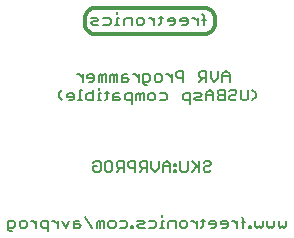
<source format=gbo>
G75*
G70*
%OFA0B0*%
%FSLAX24Y24*%
%IPPOS*%
%LPD*%
%AMOC8*
5,1,8,0,0,1.08239X$1,22.5*
%
%ADD10C,0.0060*%
%ADD11C,0.0120*%
%ADD12C,0.0080*%
D10*
X006081Y000700D02*
X006021Y000760D01*
X006021Y001060D01*
X006201Y001060D01*
X006261Y001000D01*
X006261Y000880D01*
X006201Y000820D01*
X006021Y000820D01*
X006081Y000700D02*
X006141Y000700D01*
X006408Y000880D02*
X006408Y001000D01*
X006468Y001060D01*
X006588Y001060D01*
X006648Y001000D01*
X006648Y000880D01*
X006588Y000820D01*
X006468Y000820D01*
X006408Y000880D01*
X006790Y001060D02*
X006850Y001060D01*
X006970Y000940D01*
X006970Y000820D02*
X006970Y001060D01*
X007117Y001000D02*
X007117Y000880D01*
X007177Y000820D01*
X007357Y000820D01*
X007357Y000700D02*
X007357Y001060D01*
X007177Y001060D01*
X007117Y001000D01*
X007499Y001060D02*
X007559Y001060D01*
X007679Y000940D01*
X007679Y000820D02*
X007679Y001060D01*
X007826Y001060D02*
X007946Y000820D01*
X008066Y001060D01*
X008213Y001000D02*
X008213Y000820D01*
X008393Y000820D01*
X008453Y000880D01*
X008393Y000940D01*
X008213Y000940D01*
X008213Y001000D02*
X008273Y001060D01*
X008393Y001060D01*
X008599Y001180D02*
X008840Y000820D01*
X008986Y000820D02*
X008986Y001000D01*
X009046Y001060D01*
X009106Y001000D01*
X009106Y000820D01*
X009226Y000820D02*
X009226Y001060D01*
X009166Y001060D01*
X009106Y001000D01*
X009373Y001000D02*
X009433Y001060D01*
X009553Y001060D01*
X009613Y001000D01*
X009613Y000880D01*
X009553Y000820D01*
X009433Y000820D01*
X009373Y000880D01*
X009373Y001000D01*
X009759Y001060D02*
X009940Y001060D01*
X010000Y001000D01*
X010000Y000880D01*
X009940Y000820D01*
X009759Y000820D01*
X010133Y000820D02*
X010193Y000820D01*
X010193Y000880D01*
X010133Y000880D01*
X010133Y000820D01*
X010340Y000880D02*
X010400Y000940D01*
X010520Y000940D01*
X010580Y001000D01*
X010520Y001060D01*
X010340Y001060D01*
X010340Y000880D02*
X010400Y000820D01*
X010580Y000820D01*
X010726Y000820D02*
X010906Y000820D01*
X010967Y000880D01*
X010967Y001000D01*
X010906Y001060D01*
X010726Y001060D01*
X011164Y001060D02*
X011164Y000820D01*
X011224Y000820D02*
X011104Y000820D01*
X011371Y000820D02*
X011371Y001000D01*
X011431Y001060D01*
X011611Y001060D01*
X011611Y000820D01*
X011758Y000880D02*
X011758Y001000D01*
X011818Y001060D01*
X011938Y001060D01*
X011998Y001000D01*
X011998Y000880D01*
X011938Y000820D01*
X011818Y000820D01*
X011758Y000880D01*
X012140Y001060D02*
X012200Y001060D01*
X012320Y000940D01*
X012320Y000820D02*
X012320Y001060D01*
X012458Y001060D02*
X012578Y001060D01*
X012518Y001120D02*
X012518Y000880D01*
X012458Y000820D01*
X012724Y000940D02*
X012965Y000940D01*
X012965Y000880D02*
X012965Y001000D01*
X012905Y001060D01*
X012784Y001060D01*
X012724Y001000D01*
X012724Y000940D01*
X012784Y000820D02*
X012905Y000820D01*
X012965Y000880D01*
X013111Y000940D02*
X013351Y000940D01*
X013351Y000880D02*
X013351Y001000D01*
X013291Y001060D01*
X013171Y001060D01*
X013111Y001000D01*
X013111Y000940D01*
X013171Y000820D02*
X013291Y000820D01*
X013351Y000880D01*
X013493Y001060D02*
X013554Y001060D01*
X013674Y000940D01*
X013674Y000820D02*
X013674Y001060D01*
X013811Y001000D02*
X013931Y001000D01*
X013871Y001120D02*
X013811Y001180D01*
X013871Y001120D02*
X013871Y000820D01*
X014065Y000820D02*
X014125Y000820D01*
X014125Y000880D01*
X014065Y000880D01*
X014065Y000820D01*
X014271Y000880D02*
X014271Y001060D01*
X014512Y001060D02*
X014512Y000880D01*
X014451Y000820D01*
X014391Y000880D01*
X014331Y000820D01*
X014271Y000880D01*
X014658Y000880D02*
X014658Y001060D01*
X014898Y001060D02*
X014898Y000880D01*
X014838Y000820D01*
X014778Y000880D01*
X014718Y000820D01*
X014658Y000880D01*
X015045Y000880D02*
X015045Y001060D01*
X015285Y001060D02*
X015285Y000880D01*
X015225Y000820D01*
X015165Y000880D01*
X015105Y000820D01*
X015045Y000880D01*
X011224Y001060D02*
X011164Y001060D01*
X011164Y001180D02*
X011164Y001240D01*
X011191Y002695D02*
X011191Y002935D01*
X011311Y003055D01*
X011431Y002935D01*
X011431Y002695D01*
X011565Y002695D02*
X011625Y002695D01*
X011625Y002755D01*
X011565Y002755D01*
X011565Y002695D01*
X011771Y002755D02*
X011771Y003055D01*
X011625Y002935D02*
X011565Y002935D01*
X011565Y002875D01*
X011625Y002875D01*
X011625Y002935D01*
X011431Y002875D02*
X011191Y002875D01*
X011045Y002815D02*
X010925Y002695D01*
X010805Y002815D01*
X010805Y003055D01*
X010658Y003055D02*
X010478Y003055D01*
X010418Y002995D01*
X010418Y002875D01*
X010478Y002815D01*
X010658Y002815D01*
X010658Y002695D02*
X010658Y003055D01*
X011045Y003055D02*
X011045Y002815D01*
X010538Y002815D02*
X010418Y002695D01*
X010271Y002695D02*
X010271Y003055D01*
X010091Y003055D01*
X010031Y002995D01*
X010031Y002875D01*
X010091Y002815D01*
X010271Y002815D01*
X009885Y002815D02*
X009704Y002815D01*
X009644Y002875D01*
X009644Y002995D01*
X009704Y003055D01*
X009885Y003055D01*
X009885Y002695D01*
X009764Y002815D02*
X009644Y002695D01*
X009498Y002755D02*
X009438Y002695D01*
X009318Y002695D01*
X009258Y002755D01*
X009258Y002995D01*
X009318Y003055D01*
X009438Y003055D01*
X009498Y002995D01*
X009498Y002755D01*
X009111Y002755D02*
X009051Y002695D01*
X008931Y002695D01*
X008871Y002755D01*
X008871Y002875D01*
X008991Y002875D01*
X009111Y002995D02*
X009111Y002755D01*
X009111Y002995D02*
X009051Y003055D01*
X008931Y003055D01*
X008871Y002995D01*
X011771Y002755D02*
X011831Y002695D01*
X011951Y002695D01*
X012012Y002755D01*
X012012Y003055D01*
X012158Y003055D02*
X012398Y002815D01*
X012338Y002875D02*
X012158Y002695D01*
X012398Y002695D02*
X012398Y003055D01*
X012545Y002995D02*
X012605Y003055D01*
X012725Y003055D01*
X012785Y002995D01*
X012785Y002935D01*
X012725Y002875D01*
X012605Y002875D01*
X012545Y002815D01*
X012545Y002755D01*
X012605Y002695D01*
X012725Y002695D01*
X012785Y002755D01*
X012094Y004950D02*
X012094Y005310D01*
X011913Y005310D01*
X011853Y005250D01*
X011853Y005130D01*
X011913Y005070D01*
X012094Y005070D01*
X012240Y005130D02*
X012300Y005190D01*
X012420Y005190D01*
X012480Y005250D01*
X012420Y005310D01*
X012240Y005310D01*
X012240Y005130D02*
X012300Y005070D01*
X012480Y005070D01*
X012627Y005070D02*
X012627Y005310D01*
X012747Y005430D01*
X012867Y005310D01*
X012867Y005070D01*
X013014Y005130D02*
X013074Y005070D01*
X013254Y005070D01*
X013254Y005430D01*
X013074Y005430D01*
X013014Y005370D01*
X013014Y005310D01*
X013074Y005250D01*
X013254Y005250D01*
X013400Y005190D02*
X013400Y005130D01*
X013460Y005070D01*
X013580Y005070D01*
X013640Y005130D01*
X013580Y005250D02*
X013460Y005250D01*
X013400Y005190D01*
X013580Y005250D02*
X013640Y005310D01*
X013640Y005370D01*
X013580Y005430D01*
X013460Y005430D01*
X013400Y005370D01*
X013074Y005250D02*
X013014Y005190D01*
X013014Y005130D01*
X012867Y005250D02*
X012627Y005250D01*
X012637Y005695D02*
X012637Y006055D01*
X012456Y006055D01*
X012396Y005995D01*
X012396Y005875D01*
X012456Y005815D01*
X012637Y005815D01*
X012516Y005815D02*
X012396Y005695D01*
X012783Y005815D02*
X012783Y006055D01*
X012783Y005815D02*
X012903Y005695D01*
X013023Y005815D01*
X013023Y006055D01*
X013170Y005935D02*
X013170Y005695D01*
X013170Y005875D02*
X013410Y005875D01*
X013410Y005935D02*
X013290Y006055D01*
X013170Y005935D01*
X013410Y005935D02*
X013410Y005695D01*
X013787Y005430D02*
X013787Y005130D01*
X013847Y005070D01*
X013967Y005070D01*
X014027Y005130D01*
X014027Y005430D01*
X014165Y005430D02*
X014285Y005310D01*
X014285Y005190D01*
X014165Y005070D01*
X011863Y005695D02*
X011863Y006055D01*
X011683Y006055D01*
X011623Y005995D01*
X011623Y005875D01*
X011683Y005815D01*
X011863Y005815D01*
X011476Y005815D02*
X011356Y005935D01*
X011296Y005935D01*
X011154Y005875D02*
X011154Y005755D01*
X011094Y005695D01*
X010974Y005695D01*
X010914Y005755D01*
X010914Y005875D01*
X010974Y005935D01*
X011094Y005935D01*
X011154Y005875D01*
X011476Y005935D02*
X011476Y005695D01*
X011260Y005310D02*
X011080Y005310D01*
X010933Y005250D02*
X010933Y005130D01*
X010873Y005070D01*
X010753Y005070D01*
X010693Y005130D01*
X010693Y005250D01*
X010753Y005310D01*
X010873Y005310D01*
X010933Y005250D01*
X011080Y005070D02*
X011260Y005070D01*
X011320Y005130D01*
X011320Y005250D01*
X011260Y005310D01*
X010647Y005575D02*
X010587Y005575D01*
X010527Y005635D01*
X010527Y005935D01*
X010707Y005935D01*
X010767Y005875D01*
X010767Y005755D01*
X010707Y005695D01*
X010527Y005695D01*
X010381Y005695D02*
X010381Y005935D01*
X010381Y005815D02*
X010261Y005935D01*
X010200Y005935D01*
X009998Y005935D02*
X009878Y005935D01*
X009818Y005875D01*
X009818Y005695D01*
X009998Y005695D01*
X010058Y005755D01*
X009998Y005815D01*
X009818Y005815D01*
X009672Y005695D02*
X009672Y005935D01*
X009612Y005935D01*
X009552Y005875D01*
X009491Y005935D01*
X009431Y005875D01*
X009431Y005695D01*
X009552Y005695D02*
X009552Y005875D01*
X009285Y005935D02*
X009225Y005935D01*
X009165Y005875D01*
X009105Y005935D01*
X009045Y005875D01*
X009045Y005695D01*
X009165Y005695D02*
X009165Y005875D01*
X009285Y005935D02*
X009285Y005695D01*
X009069Y005490D02*
X009069Y005430D01*
X009069Y005310D02*
X009069Y005070D01*
X009129Y005070D02*
X009009Y005070D01*
X008871Y005070D02*
X008691Y005070D01*
X008631Y005130D01*
X008631Y005250D01*
X008691Y005310D01*
X008871Y005310D01*
X008871Y005430D02*
X008871Y005070D01*
X008484Y005070D02*
X008364Y005070D01*
X008424Y005070D02*
X008424Y005430D01*
X008484Y005430D01*
X008226Y005250D02*
X008166Y005310D01*
X008046Y005310D01*
X007986Y005250D01*
X007986Y005190D01*
X008226Y005190D01*
X008226Y005130D02*
X008226Y005250D01*
X008226Y005130D02*
X008166Y005070D01*
X008046Y005070D01*
X007840Y005070D02*
X007719Y005190D01*
X007719Y005310D01*
X007840Y005430D01*
X008511Y005695D02*
X008511Y005935D01*
X008511Y005815D02*
X008391Y005935D01*
X008331Y005935D01*
X008658Y005875D02*
X008658Y005815D01*
X008898Y005815D01*
X008898Y005755D02*
X008898Y005875D01*
X008838Y005935D01*
X008718Y005935D01*
X008658Y005875D01*
X008838Y005695D02*
X008898Y005755D01*
X008838Y005695D02*
X008718Y005695D01*
X009326Y005370D02*
X009326Y005130D01*
X009266Y005070D01*
X009533Y005070D02*
X009713Y005070D01*
X009773Y005130D01*
X009713Y005190D01*
X009533Y005190D01*
X009533Y005250D02*
X009533Y005070D01*
X009533Y005250D02*
X009593Y005310D01*
X009713Y005310D01*
X009920Y005250D02*
X009920Y005130D01*
X009980Y005070D01*
X010160Y005070D01*
X010160Y004950D02*
X010160Y005310D01*
X009980Y005310D01*
X009920Y005250D01*
X010306Y005250D02*
X010306Y005070D01*
X010427Y005070D02*
X010427Y005250D01*
X010366Y005310D01*
X010306Y005250D01*
X010427Y005250D02*
X010487Y005310D01*
X010547Y005310D01*
X010547Y005070D01*
X009386Y005310D02*
X009266Y005310D01*
X009129Y005310D02*
X009069Y005310D01*
D11*
X008945Y007270D02*
X012565Y007270D01*
X012601Y007273D01*
X012637Y007279D01*
X012672Y007289D01*
X012706Y007302D01*
X012738Y007319D01*
X012769Y007338D01*
X012797Y007360D01*
X012824Y007386D01*
X012847Y007413D01*
X012868Y007443D01*
X012886Y007474D01*
X012901Y007508D01*
X012912Y007542D01*
X012920Y007578D01*
X012924Y007614D01*
X012925Y007650D01*
X012925Y007780D01*
X012924Y007816D01*
X012920Y007852D01*
X012912Y007888D01*
X012901Y007922D01*
X012886Y007956D01*
X012868Y007987D01*
X012847Y008017D01*
X012824Y008044D01*
X012797Y008070D01*
X012769Y008092D01*
X012738Y008111D01*
X012706Y008128D01*
X012672Y008141D01*
X012637Y008151D01*
X012601Y008157D01*
X012565Y008160D01*
X008945Y008160D01*
X008909Y008157D01*
X008873Y008151D01*
X008838Y008141D01*
X008804Y008128D01*
X008772Y008111D01*
X008741Y008092D01*
X008713Y008070D01*
X008686Y008044D01*
X008663Y008017D01*
X008642Y007987D01*
X008624Y007956D01*
X008609Y007922D01*
X008598Y007888D01*
X008590Y007852D01*
X008586Y007816D01*
X008585Y007780D01*
X008585Y007670D01*
X008586Y007670D02*
X008585Y007633D01*
X008589Y007596D01*
X008596Y007559D01*
X008607Y007523D01*
X008621Y007489D01*
X008638Y007456D01*
X008659Y007425D01*
X008683Y007396D01*
X008709Y007369D01*
X008738Y007346D01*
X008769Y007325D01*
X008801Y007307D01*
X008836Y007293D01*
X008871Y007282D01*
X008908Y007274D01*
X008945Y007271D01*
D12*
X008854Y007575D02*
X008792Y007637D01*
X008854Y007698D01*
X008977Y007698D01*
X009039Y007760D01*
X008977Y007822D01*
X008792Y007822D01*
X008854Y007575D02*
X009039Y007575D01*
X009206Y007575D02*
X009392Y007575D01*
X009453Y007637D01*
X009453Y007760D01*
X009392Y007822D01*
X009206Y007822D01*
X009668Y007822D02*
X009668Y007575D01*
X009730Y007575D02*
X009606Y007575D01*
X009897Y007575D02*
X009897Y007760D01*
X009959Y007822D01*
X010144Y007822D01*
X010144Y007575D01*
X010311Y007637D02*
X010311Y007760D01*
X010373Y007822D01*
X010497Y007822D01*
X010558Y007760D01*
X010558Y007637D01*
X010497Y007575D01*
X010373Y007575D01*
X010311Y007637D01*
X010718Y007822D02*
X010780Y007822D01*
X010904Y007698D01*
X010904Y007575D02*
X010904Y007822D01*
X011056Y007822D02*
X011180Y007822D01*
X011118Y007884D02*
X011118Y007637D01*
X011056Y007575D01*
X011347Y007698D02*
X011594Y007698D01*
X011594Y007637D02*
X011594Y007760D01*
X011532Y007822D01*
X011409Y007822D01*
X011347Y007760D01*
X011347Y007698D01*
X011532Y007575D02*
X011594Y007637D01*
X011532Y007575D02*
X011409Y007575D01*
X011762Y007698D02*
X012008Y007698D01*
X012008Y007637D02*
X012008Y007760D01*
X011947Y007822D01*
X011823Y007822D01*
X011762Y007760D01*
X011762Y007698D01*
X011823Y007575D02*
X011947Y007575D01*
X012008Y007637D01*
X012230Y007822D02*
X012354Y007698D01*
X012354Y007575D02*
X012354Y007822D01*
X012230Y007822D02*
X012169Y007822D01*
X012507Y007760D02*
X012630Y007760D01*
X012568Y007884D02*
X012568Y007575D01*
X012568Y007884D02*
X012507Y007945D01*
X009730Y007822D02*
X009668Y007822D01*
X009668Y007945D02*
X009668Y008007D01*
M02*

</source>
